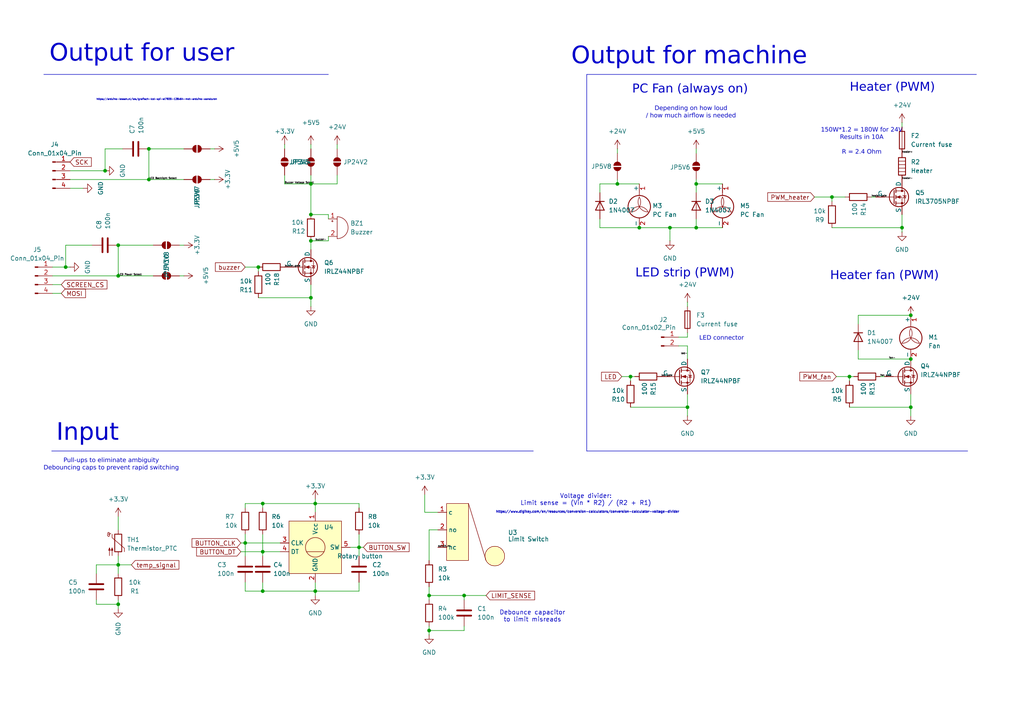
<source format=kicad_sch>
(kicad_sch (version 20250114) (generator "eeschema") (generator_version "9.0")
  (paper "A4")
  (lib_symbols
    (symbol "Connector:Conn_01x02_Pin" (pin_names (offset 1.016) (hide yes))
      (property "Reference" "J" (at 0 2.54 0))
      (property "Value" "Conn_01x02_Pin" (at 0 -5.08 0))
      (symbol "Conn_01x02_Pin_1_1"
        (rectangle (start 0.8636 0.127) (end 0 -0.127) (stroke (width 0.1524)) (fill (type outline)))
        (rectangle (start 0.8636 -2.413) (end 0 -2.667) (stroke (width 0.1524)) (fill (type outline)))
        (polyline (pts (xy 1.27 0) (xy 0.8636 0)) (stroke (width 0.1524)))
        (polyline (pts (xy 1.27 -2.54) (xy 0.8636 -2.54)) (stroke (width 0.1524)))
        (pin passive line (at 5.08 0 180) (length 3.81) (name "Pin_1") (number "1"))
        (pin passive line (at 5.08 -2.54 180) (length 3.81) (name "Pin_2") (number "2"))
      )
    )
    (symbol "Connector:Conn_01x04_Pin" (pin_names (offset 1.016) (hide yes))
      (property "Reference" "J" (at 0 5.08 0))
      (property "Value" "Conn_01x04_Pin" (at 0 -7.62 0))
      (symbol "Conn_01x04_Pin_1_1"
        (rectangle (start 0.8636 2.667) (end 0 2.413) (stroke (width 0.1524)) (fill (type outline)))
        (rectangle (start 0.8636 0.127) (end 0 -0.127) (stroke (width 0.1524)) (fill (type outline)))
        (rectangle (start 0.8636 -2.413) (end 0 -2.667) (stroke (width 0.1524)) (fill (type outline)))
        (rectangle (start 0.8636 -4.953) (end 0 -5.207) (stroke (width 0.1524)) (fill (type outline)))
        (polyline (pts (xy 1.27 2.54) (xy 0.8636 2.54)) (stroke (width 0.1524)))
        (polyline (pts (xy 1.27 0) (xy 0.8636 0)) (stroke (width 0.1524)))
        (polyline (pts (xy 1.27 -2.54) (xy 0.8636 -2.54)) (stroke (width 0.1524)))
        (polyline (pts (xy 1.27 -5.08) (xy 0.8636 -5.08)) (stroke (width 0.1524)))
        (pin passive line (at 5.08 2.54 180) (length 3.81) (name "Pin_1") (number "1"))
        (pin passive line (at 5.08 0 180) (length 3.81) (name "Pin_2") (number "2"))
        (pin passive line (at 5.08 -2.54 180) (length 3.81) (name "Pin_3") (number "3"))
        (pin passive line (at 5.08 -5.08 180) (length 3.81) (name "Pin_4") (number "4"))
      )
    )
    (symbol "Device:Buzzer" (pin_names (offset 0.0254) (hide yes))
      (property "Reference" "BZ" (at 3.81 1.27 0))
      (property "Value" "Buzzer" (at 3.81 -1.27 0))
      (symbol "Buzzer_0_1"
        (polyline (pts (xy -1.651 1.905) (xy -1.143 1.905)))
        (polyline (pts (xy -1.397 2.159) (xy -1.397 1.651)))
        (arc (start 0 3.175) (mid 3.1612 0) (end 0 -3.175))
        (polyline (pts (xy 0 3.175) (xy 0 -3.175)))
      )
      (symbol "Buzzer_1_1"
        (pin passive line (at -2.54 2.54 0) (length 2.54) (name "+") (number "1"))
        (pin passive line (at -2.54 -2.54 0) (length 2.54) (name "-") (number "2"))
      )
    )
    (symbol "Device:C" (pin_numbers (hide yes)) (pin_names (offset 0.254))
      (property "Reference" "C" (at 0.635 2.54 0))
      (property "Value" "C" (at 0.635 -2.54 0))
      (symbol "C_0_1"
        (polyline (pts (xy -2.032 0.762) (xy 2.032 0.762)) (stroke (width 0.508)))
        (polyline (pts (xy -2.032 -0.762) (xy 2.032 -0.762)) (stroke (width 0.508)))
      )
      (symbol "C_1_1"
        (pin passive line (at 0 3.81 270) (length 2.794) (name "~") (number "1"))
        (pin passive line (at 0 -3.81 90) (length 2.794) (name "~") (number "2"))
      )
    )
    (symbol "Device:D" (pin_numbers (hide yes)) (pin_names (offset 1.016) (hide yes))
      (property "Reference" "D" (at 0 2.54 0))
      (property "Value" "D" (at 0 -2.54 0))
      (symbol "D_0_1"
        (polyline (pts (xy -1.27 1.27) (xy -1.27 -1.27)) (stroke (width 0.254)))
        (polyline (pts (xy 1.27 1.27) (xy 1.27 -1.27) (xy -1.27 0) (xy 1.27 1.27)) (stroke (width 0.254)))
        (polyline (pts (xy 1.27 0) (xy -1.27 0)))
      )
      (symbol "D_1_1"
        (pin passive line (at -3.81 0 0) (length 2.54) (name "K") (number "1"))
        (pin passive line (at 3.81 0 180) (length 2.54) (name "A") (number "2"))
      )
    )
    (symbol "Device:Fuse" (pin_numbers (hide yes)) (pin_names (offset 0))
      (property "Reference" "F" (at 2.032 0 90))
      (property "Value" "Fuse" (at -1.905 0 90))
      (symbol "Fuse_0_1"
        (rectangle (start -0.762 -2.54) (end 0.762 2.54) (stroke (width 0.254)))
        (polyline (pts (xy 0 2.54) (xy 0 -2.54)))
      )
      (symbol "Fuse_1_1"
        (pin passive line (at 0 3.81 270) (length 1.27) (name "~") (number "1"))
        (pin passive line (at 0 -3.81 90) (length 1.27) (name "~") (number "2"))
      )
    )
    (symbol "Device:Heater" (pin_numbers (hide yes)) (pin_names (offset 0))
      (property "Reference" "R" (at 2.032 0 90))
      (property "Value" "Heater" (at -2.032 0 90))
      (symbol "Heater_0_1"
        (polyline (pts (xy -1.016 1.524) (xy 1.016 1.524)))
        (rectangle (start -1.016 -2.54) (end 1.016 2.54) (stroke (width 0.254)))
        (polyline (pts (xy 1.016 0.508) (xy -1.016 0.508)))
        (polyline (pts (xy 1.016 -0.508) (xy -1.016 -0.508)))
        (polyline (pts (xy 1.016 -1.524) (xy -1.016 -1.524)))
      )
      (symbol "Heater_1_1"
        (pin passive line (at 0 3.81 270) (length 1.27) (name "~") (number "1"))
        (pin passive line (at 0 -3.81 90) (length 1.27) (name "~") (number "2"))
      )
    )
    (symbol "Device:R" (pin_numbers (hide yes)) (pin_names (offset 0))
      (property "Reference" "R" (at 2.032 0 90))
      (property "Value" "R" (at 0 0 90))
      (symbol "R_0_1"
        (rectangle (start -1.016 -2.54) (end 1.016 2.54) (stroke (width 0.254)))
      )
      (symbol "R_1_1"
        (pin passive line (at 0 3.81 270) (length 1.27) (name "~") (number "1"))
        (pin passive line (at 0 -3.81 90) (length 1.27) (name "~") (number "2"))
      )
    )
    (symbol "Device:Thermistor_PTC" (pin_numbers (hide yes)) (pin_names (offset 0))
      (property "Reference" "TH" (at -4.064 0 90))
      (property "Value" "Thermistor_PTC" (at 3.048 0 90))
      (symbol "Thermistor_PTC_0_1"
        (arc (start -3.175 2.413) (mid -3.0506 2.3165) (end -3.048 2.159))
        (arc (start -3.048 2.794) (mid -2.9736 2.9736) (end -2.794 3.048))
        (arc (start -2.794 3.048) (mid -2.6144 2.9736) (end -2.54 2.794))
        (arc (start -2.794 2.54) (mid -2.9736 2.6144) (end -3.048 2.794))
        (arc (start -2.794 1.905) (mid -2.9736 1.9794) (end -3.048 2.159))
        (arc (start -2.54 2.159) (mid -2.6144 1.9794) (end -2.794 1.905))
        (arc (start -2.159 2.794) (mid -2.434 2.5608) (end -2.794 2.54))
        (polyline (pts (xy -2.54 2.159) (xy -2.54 2.794)))
        (polyline (pts (xy -2.54 -3.683) (xy -2.54 -1.397) (xy -2.794 -2.159) (xy -2.286 -2.159) (xy -2.54 -1.397) (xy -2.54 -1.651)) (fill (type outline)))
        (polyline (pts (xy -1.778 2.54) (xy -1.778 1.524) (xy 1.778 -1.524) (xy 1.778 -2.54)))
        (polyline (pts (xy -1.778 -3.683) (xy -1.778 -1.397) (xy -2.032 -2.159) (xy -1.524 -2.159) (xy -1.778 -1.397) (xy -1.778 -1.651)) (fill (type outline)))
        (rectangle (start -1.016 2.54) (end 1.016 -2.54) (stroke (width 0.254)))
      )
      (symbol "Thermistor_PTC_1_1"
        (pin passive line (at 0 3.81 270) (length 1.27) (name "~") (number "1"))
        (pin passive line (at 0 -3.81 90) (length 1.27) (name "~") (number "2"))
      )
    )
    (symbol "Jumper:SolderJumper_2_Open" (pin_numbers (hide yes)) (pin_names (offset 0) (hide yes)) (exclude_from_sim yes) (in_bom no)
      (property "Reference" "JP" (at 0 2.032 0))
      (property "Value" "SolderJumper_2_Open" (at 0 -2.54 0))
      (symbol "SolderJumper_2_Open_0_1"
        (polyline (pts (xy -0.254 1.016) (xy -0.254 -1.016)))
        (arc (start -0.254 -1.016) (mid -1.2656 0) (end -0.254 1.016))
        (arc (start -0.254 -1.016) (mid -1.2656 0) (end -0.254 1.016) (fill (type outline)))
        (arc (start 0.254 1.016) (mid 1.2656 0) (end 0.254 -1.016))
        (arc (start 0.254 1.016) (mid 1.2656 0) (end 0.254 -1.016) (fill (type outline)))
        (polyline (pts (xy 0.254 1.016) (xy 0.254 -1.016)))
      )
      (symbol "SolderJumper_2_Open_1_1"
        (pin passive line (at -3.81 0 0) (length 2.54) (name "A") (number "1"))
        (pin passive line (at 3.81 0 180) (length 2.54) (name "B") (number "2"))
      )
    )
    (symbol "Motor:Fan" (pin_names (offset 0))
      (property "Reference" "M" (at 2.54 5.08 0))
      (property "Value" "Fan" (at 2.54 -2.54 0))
      (symbol "Fan_0_1"
        (arc (start 0 3.81) (mid -0.0015 0.9048) (end -2.54 -0.508))
        (polyline (pts (xy 0 4.572) (xy 0 5.08)))
        (polyline (pts (xy 0 4.2672) (xy 0 4.6228)))
        (circle (center 0 1.016) (radius 3.2512) (stroke (width 0.254)))
        (arc (start -2.54 -0.508) (mid 0 1.0618) (end 2.54 -0.508))
        (polyline (pts (xy 0 -2.2352) (xy 0 -2.6416)))
        (polyline (pts (xy 0 -5.08) (xy 0 -4.572)))
        (arc (start 2.54 -0.508) (mid 0.047 0.9315) (end 0 3.81))
      )
      (symbol "Fan_1_1"
        (pin passive line (at 0 7.62 270) (length 2.54) (name "+") (number "1"))
        (pin passive line (at 0 -5.08 90) (length 2.54) (name "-") (number "2"))
      )
    )
    (symbol "RoboCasterSchematicLibrary:limit_switch"
      (property "Reference" "U" (at 0 0 0))
      (symbol "limit_switch_0_1"
        (polyline (pts (xy 0 6.35) (xy 16.51 11.43)))
      )
      (symbol "limit_switch_1_1"
        (rectangle (start 0 6.35) (end 16.51 0) (fill (type background)))
        (circle (center 15.24 13.97) (radius 2.8398) (fill (type background)))
        (pin input line (at 2.54 -2.54 90) (length 2.54) (name "c") (number "1"))
        (pin input line (at 7.62 -2.54 90) (length 2.54) (name "no") (number "2"))
        (pin input line (at 12.7 -2.54 90) (length 2.54) (name "nc") (number "3"))
      )
    )
    (symbol "RoboCasterSchematicLibrary:rotary_button"
      (property "Reference" "U4" (at 10.16 13.462 0))
      (property "Value" "~" (at 13.97 5.08 0))
      (symbol "rotary_button_0_1"
        (polyline (pts (xy 5.08 6.35) (xy 10.16 6.35)))
        (circle (center 7.62 7.62) (radius 2.8398))
      )
      (symbol "rotary_button_1_1"
        (rectangle (start 0 15.24) (end 15.24 0) (fill (type background)))
        (pin input line (at -2.54 8.89 0) (length 2.54) (name "CLK") (number "3"))
        (pin input line (at -2.54 6.35 0) (length 2.54) (name "DT") (number "4"))
        (pin input line (at 7.62 17.78 270) (length 2.54) (name "Vcc") (number "1"))
        (pin input line (at 7.62 -2.54 90) (length 2.54) (name "GND") (number "2"))
        (pin input line (at 17.78 7.62 180) (length 2.54) (name "SW") (number "5"))
      )
    )
    (symbol "Simulation_SPICE:NMOS" (pin_numbers (hide yes)) (pin_names (offset 0))
      (property "Reference" "Q" (at 5.08 1.27 0))
      (property "Value" "NMOS" (at 5.08 -1.27 0))
      (symbol "NMOS_0_1"
        (polyline (pts (xy 0.254 1.905) (xy 0.254 -1.905)) (stroke (width 0.254)))
        (polyline (pts (xy 0.254 0) (xy -2.54 0)))
        (polyline (pts (xy 0.762 2.286) (xy 0.762 1.27)) (stroke (width 0.254)))
        (polyline (pts (xy 0.762 0.508) (xy 0.762 -0.508)) (stroke (width 0.254)))
        (polyline (pts (xy 0.762 -1.27) (xy 0.762 -2.286)) (stroke (width 0.254)))
        (polyline (pts (xy 0.762 -1.778) (xy 3.302 -1.778) (xy 3.302 1.778) (xy 0.762 1.778)))
        (polyline (pts (xy 1.016 0) (xy 2.032 0.381) (xy 2.032 -0.381) (xy 1.016 0)) (fill (type outline)))
        (circle (center 1.651 0) (radius 2.794) (stroke (width 0.254)))
        (polyline (pts (xy 2.54 2.54) (xy 2.54 1.778)))
        (circle (center 2.54 1.778) (radius 0.254) (fill (type outline)))
        (circle (center 2.54 -1.778) (radius 0.254) (fill (type outline)))
        (polyline (pts (xy 2.54 -2.54) (xy 2.54 0) (xy 0.762 0)))
        (polyline (pts (xy 2.794 0.508) (xy 2.921 0.381) (xy 3.683 0.381) (xy 3.81 0.254)))
        (polyline (pts (xy 3.302 0.381) (xy 2.921 -0.254) (xy 3.683 -0.254) (xy 3.302 0.381)))
      )
      (symbol "NMOS_1_1"
        (pin input line (at -5.08 0 0) (length 2.54) (name "G") (number "2"))
        (pin passive line (at 2.54 5.08 270) (length 2.54) (name "D") (number "1"))
        (pin passive line (at 2.54 -5.08 90) (length 2.54) (name "S") (number "3"))
      )
    )
    (symbol "power:+24V" (power) (pin_numbers (hide yes)) (pin_names (offset 0) (hide yes))
      (property "Value" "+24V" (at 0 3.556 0))
      (symbol "+24V_0_1"
        (polyline (pts (xy -0.762 1.27) (xy 0 2.54)))
        (polyline (pts (xy 0 2.54) (xy 0.762 1.27)))
        (polyline (pts (xy 0 0) (xy 0 2.54)))
      )
      (symbol "+24V_1_1"
        (pin power_in line (at 0 0 90) (length 0) (name "~") (number "1"))
      )
    )
    (symbol "power:+3.3V" (power) (pin_numbers (hide yes)) (pin_names (offset 0) (hide yes))
      (property "Value" "+3.3V" (at 0 3.556 0))
      (symbol "+3.3V_0_1"
        (polyline (pts (xy -0.762 1.27) (xy 0 2.54)))
        (polyline (pts (xy 0 2.54) (xy 0.762 1.27)))
        (polyline (pts (xy 0 0) (xy 0 2.54)))
      )
      (symbol "+3.3V_1_1"
        (pin power_in line (at 0 0 90) (length 0) (name "~") (number "1"))
      )
    )
    (symbol "power:GND" (power) (pin_numbers (hide yes)) (pin_names (offset 0) (hide yes))
      (property "Value" "GND" (at 0 -3.81 0))
      (symbol "GND_0_1"
        (polyline (pts (xy 0 0) (xy 0 -1.27) (xy 1.27 -1.27) (xy 0 -2.54) (xy -1.27 -1.27) (xy 0 -1.27)))
      )
      (symbol "GND_1_1"
        (pin power_in line (at 0 0 270) (length 0) (name "~") (number "1"))
      )
    )
  )
  (text "PC Fan (always on)" (at 200.152 26.67 0) (effects (font (size 2.54 2.54) (thickness 0.3175))))
  (text "Depending on how loud\n/ how much airflow is needed" (at 200.406 33.02 0) (effects (font (size 1.27 1.27))))
  (text "Heater (PWM)\n" (at 258.826 26.162 0) (effects (font (size 2.54 2.54) (thickness 0.3175))))
  (text "https://arduino-lessen.nl/les/grafisch-lcd-spi-st7920-128x64-met-arduino-aansturen" (at 45.466 28.956 0) (effects (font (size 0.5 0.5))))
  (text "Pull-ups to eliminate ambiguity\nDebouncing caps to prevent rapid switching" (at 32.258 135.128 0) (effects (font (size 1.27 1.27))))
  (text "Heater fan (PWM)\n" (at 256.54 80.772 0) (effects (font (size 2.54 2.54) (thickness 0.3175))))
  (text "LED strip (PWM)" (at 198.628 80.01 0) (effects (font (size 2.54 2.54) (thickness 0.3175))))
  (text "Input" (at 25.4 127 0) (effects (font (size 5 5) (thickness 0.3175) (italic yes))))
  (text "Output for user" (at 41.148 17.018 0) (effects (font (size 5 5) (thickness 0.3175) (italic yes))))
  (text "150W*1.2 = 180W for 24V\nResults in 10A\n\nR = 2.4 Ohm" (at 249.936 41.402 0) (effects (font (size 1.27 1.27))))
  (text "Output for machine" (at 199.898 17.78 0) (effects (font (size 5 5) (thickness 0.3175) (italic yes))))
  (text "LED connector" (at 209.296 98.552 0) (effects (font (size 1.27 1.27))))
  (text "Debounce capacitor\nto limit misreads" (at 154.432 178.816 0) (effects (font (size 1.27 1.27))))
  (text "https://www.digikey.com/en/resources/conversion-calculators/conversion-calculator-voltage-divider" (at 170.434 148.59 0) (effects (font (size 0.67 0.67))))
  (text "Voltage divider:\nLimit sense = (Vin * R2) / (R2 + R1)" (at 169.926 145.034 0) (effects (font (size 1.27 1.27))))
  (junction (at 124.46 172.72))
  (junction (at 91.44 171.45))
  (junction (at 90.17 69.85))
  (junction (at 76.2 171.45))
  (junction (at 264.16 118.11))
  (junction (at 34.29 163.83))
  (junction (at 90.17 62.23))
  (junction (at 34.29 71.12))
  (junction (at 134.62 172.72))
  (junction (at 43.18 52.07))
  (junction (at 90.17 53.34))
  (junction (at 179.07 53.34))
  (junction (at 76.2 146.05))
  (junction (at 104.14 158.75))
  (junction (at 194.31 66.04))
  (junction (at 124.46 182.88))
  (junction (at 182.88 109.22))
  (junction (at 90.17 86.36))
  (junction (at 76.2 160.02))
  (junction (at 241.3 57.15))
  (junction (at 264.16 91.44))
  (junction (at 34.29 80.01))
  (junction (at 34.29 175.26))
  (junction (at 71.12 157.48))
  (junction (at 91.44 146.05))
  (junction (at 30.48 49.53))
  (junction (at 19.05 77.47))
  (junction (at 264.16 104.14))
  (junction (at 199.39 118.11))
  (junction (at 185.42 66.04))
  (junction (at 261.62 66.04))
  (junction (at 74.93 77.47))
  (junction (at 246.38 109.22))
  (junction (at 201.93 53.34))
  (junction (at 43.18 43.18))
  (junction (at 201.93 66.04))
  (wire (pts (xy 124.46 153.67) (xy 124.46 162.56)))
  (wire (pts (xy 19.05 77.47) (xy 20.32 77.47)))
  (polyline (pts (xy 170.18 130.81) (xy 170.18 21.59)))
  (wire (pts (xy 199.39 96.52) (xy 199.39 97.79)))
  (wire (pts (xy 90.17 53.34) (xy 97.79 53.34)))
  (wire (pts (xy 34.29 71.12) (xy 34.29 80.01)))
  (wire (pts (xy 248.92 104.14) (xy 248.92 101.6)))
  (wire (pts (xy 104.14 154.94) (xy 104.14 158.75)))
  (wire (pts (xy 34.29 161.29) (xy 34.29 163.83)))
  (wire (pts (xy 182.88 118.11) (xy 199.39 118.11)))
  (wire (pts (xy 179.07 43.18) (xy 179.07 44.45)))
  (wire (pts (xy 261.62 62.23) (xy 261.62 66.04)))
  (wire (pts (xy 62.23 52.07) (xy 60.96 52.07)))
  (wire (pts (xy 173.99 55.88) (xy 173.99 53.34)))
  (wire (pts (xy 76.2 146.05) (xy 91.44 146.05)))
  (wire (pts (xy 261.62 66.04) (xy 261.62 67.31)))
  (wire (pts (xy 182.88 109.22) (xy 182.88 110.49)))
  (wire (pts (xy 123.19 148.59) (xy 127 148.59)))
  (wire (pts (xy 44.45 71.12) (xy 34.29 71.12)))
  (wire (pts (xy 15.24 80.01) (xy 34.29 80.01)))
  (wire (pts (xy 71.12 171.45) (xy 76.2 171.45)))
  (wire (pts (xy 95.25 69.85) (xy 90.17 69.85)))
  (wire (pts (xy 34.29 149.86) (xy 34.29 153.67)))
  (wire (pts (xy 53.34 43.18) (xy 43.18 43.18)))
  (wire (pts (xy 71.12 154.94) (xy 71.12 157.48)))
  (wire (pts (xy 19.05 71.12) (xy 19.05 77.47)))
  (wire (pts (xy 19.05 71.12) (xy 26.67 71.12)))
  (wire (pts (xy 90.17 62.23) (xy 95.25 62.23)))
  (wire (pts (xy 71.12 77.47) (xy 74.93 77.47)))
  (wire (pts (xy 91.44 172.72) (xy 91.44 171.45)))
  (wire (pts (xy 34.29 163.83) (xy 34.29 166.37)))
  (polyline (pts (xy 12.7 21.59) (xy 95.25 21.59)))
  (wire (pts (xy 124.46 184.15) (xy 124.46 182.88)))
  (wire (pts (xy 105.41 158.75) (xy 104.14 158.75)))
  (wire (pts (xy 124.46 172.72) (xy 134.62 172.72)))
  (wire (pts (xy 76.2 171.45) (xy 91.44 171.45)))
  (wire (pts (xy 90.17 41.91) (xy 90.17 43.18)))
  (wire (pts (xy 71.12 157.48) (xy 81.28 157.48)))
  (wire (pts (xy 201.93 43.18) (xy 201.93 44.45)))
  (wire (pts (xy 246.38 109.22) (xy 247.65 109.22)))
  (wire (pts (xy 15.24 85.09) (xy 17.78 85.09)))
  (wire (pts (xy 248.92 104.14) (xy 264.16 104.14)))
  (wire (pts (xy 199.39 87.63) (xy 199.39 88.9)))
  (wire (pts (xy 34.29 176.53) (xy 34.29 175.26)))
  (wire (pts (xy 124.46 153.67) (xy 127 153.67)))
  (wire (pts (xy 185.42 66.04) (xy 194.31 66.04)))
  (wire (pts (xy 134.62 182.88) (xy 134.62 181.61)))
  (wire (pts (xy 91.44 144.78) (xy 91.44 146.05)))
  (wire (pts (xy 252.73 57.15) (xy 254 57.15)))
  (wire (pts (xy 38.1 163.83) (xy 34.29 163.83)))
  (wire (pts (xy 124.46 172.72) (xy 124.46 170.18)))
  (wire (pts (xy 124.46 182.88) (xy 124.46 181.61)))
  (wire (pts (xy 124.46 182.88) (xy 134.62 182.88)))
  (wire (pts (xy 43.18 52.07) (xy 43.18 43.18)))
  (wire (pts (xy 76.2 161.29) (xy 76.2 160.02)))
  (wire (pts (xy 90.17 69.85) (xy 90.17 72.39)))
  (wire (pts (xy 27.94 175.26) (xy 34.29 175.26)))
  (wire (pts (xy 194.31 66.04) (xy 201.93 66.04)))
  (wire (pts (xy 69.85 160.02) (xy 76.2 160.02)))
  (wire (pts (xy 71.12 147.32) (xy 71.12 146.05)))
  (wire (pts (xy 124.46 173.99) (xy 124.46 172.72)))
  (wire (pts (xy 201.93 66.04) (xy 209.55 66.04)))
  (wire (pts (xy 199.39 97.79) (xy 196.85 97.79)))
  (wire (pts (xy 104.14 158.75) (xy 101.6 158.75)))
  (wire (pts (xy 97.79 41.91) (xy 97.79 43.18)))
  (wire (pts (xy 104.14 147.32) (xy 104.14 146.05)))
  (wire (pts (xy 76.2 146.05) (xy 76.2 147.32)))
  (wire (pts (xy 201.93 55.88) (xy 201.93 53.34)))
  (wire (pts (xy 255.27 109.22) (xy 256.54 109.22)))
  (wire (pts (xy 134.62 172.72) (xy 140.97 172.72)))
  (wire (pts (xy 20.32 54.61) (xy 24.13 54.61)))
  (wire (pts (xy 199.39 118.11) (xy 199.39 120.65)))
  (wire (pts (xy 246.38 118.11) (xy 264.16 118.11)))
  (wire (pts (xy 199.39 100.33) (xy 199.39 104.14)))
  (wire (pts (xy 248.92 93.98) (xy 248.92 91.44)))
  (wire (pts (xy 44.45 80.01) (xy 34.29 80.01)))
  (wire (pts (xy 91.44 146.05) (xy 91.44 148.59)))
  (wire (pts (xy 90.17 53.34) (xy 90.17 62.23)))
  (wire (pts (xy 246.38 109.22) (xy 246.38 110.49)))
  (wire (pts (xy 97.79 50.8) (xy 97.79 53.34)))
  (wire (pts (xy 71.12 168.91) (xy 71.12 171.45)))
  (wire (pts (xy 62.23 43.18) (xy 60.96 43.18)))
  (wire (pts (xy 248.92 91.44) (xy 264.16 91.44)))
  (wire (pts (xy 35.56 43.18) (xy 30.48 43.18)))
  (wire (pts (xy 194.31 69.85) (xy 194.31 66.04)))
  (wire (pts (xy 201.93 53.34) (xy 201.93 52.07)))
  (wire (pts (xy 180.34 109.22) (xy 182.88 109.22)))
  (polyline (pts (xy 14.986 130.81) (xy 154.686 130.81)))
  (wire (pts (xy 20.32 49.53) (xy 30.48 49.53)))
  (wire (pts (xy 82.55 41.91) (xy 82.55 43.18)))
  (wire (pts (xy 261.62 35.56) (xy 261.62 36.83)))
  (wire (pts (xy 123.19 143.51) (xy 123.19 148.59)))
  (wire (pts (xy 30.48 43.18) (xy 30.48 49.53)))
  (wire (pts (xy 199.39 114.3) (xy 199.39 118.11)))
  (wire (pts (xy 82.55 50.8) (xy 82.55 53.34)))
  (wire (pts (xy 104.14 168.91) (xy 104.14 171.45)))
  (wire (pts (xy 76.2 160.02) (xy 81.28 160.02)))
  (wire (pts (xy 179.07 52.07) (xy 179.07 53.34)))
  (wire (pts (xy 241.3 57.15) (xy 241.3 58.42)))
  (polyline (pts (xy 170.18 130.81) (xy 280.67 130.81)))
  (wire (pts (xy 242.57 109.22) (xy 246.38 109.22)))
  (wire (pts (xy 264.16 118.11) (xy 264.16 120.65)))
  (wire (pts (xy 241.3 57.15) (xy 245.11 57.15)))
  (wire (pts (xy 20.32 52.07) (xy 43.18 52.07)))
  (wire (pts (xy 74.93 86.36) (xy 90.17 86.36)))
  (wire (pts (xy 91.44 171.45) (xy 91.44 168.91)))
  (wire (pts (xy 34.29 175.26) (xy 34.29 173.99)))
  (wire (pts (xy 134.62 173.99) (xy 134.62 172.72)))
  (wire (pts (xy 95.25 62.23) (xy 95.25 63.5)))
  (wire (pts (xy 241.3 66.04) (xy 261.62 66.04)))
  (polyline (pts (xy 170.18 21.59) (xy 283.21 21.59)))
  (wire (pts (xy 27.94 166.37) (xy 27.94 163.83)))
  (wire (pts (xy 90.17 82.55) (xy 90.17 86.36)))
  (wire (pts (xy 82.55 53.34) (xy 90.17 53.34)))
  (wire (pts (xy 236.22 57.15) (xy 241.3 57.15)))
  (wire (pts (xy 201.93 63.5) (xy 201.93 66.04)))
  (wire (pts (xy 264.16 114.3) (xy 264.16 118.11)))
  (wire (pts (xy 173.99 66.04) (xy 185.42 66.04)))
  (wire (pts (xy 15.24 77.47) (xy 19.05 77.47)))
  (wire (pts (xy 76.2 154.94) (xy 76.2 160.02)))
  (wire (pts (xy 196.85 100.33) (xy 199.39 100.33)))
  (wire (pts (xy 201.93 53.34) (xy 209.55 53.34)))
  (wire (pts (xy 173.99 53.34) (xy 179.07 53.34)))
  (wire (pts (xy 179.07 53.34) (xy 185.42 53.34)))
  (wire (pts (xy 53.34 52.07) (xy 43.18 52.07)))
  (wire (pts (xy 184.15 109.22) (xy 182.88 109.22)))
  (wire (pts (xy 95.25 68.58) (xy 95.25 69.85)))
  (wire (pts (xy 15.24 82.55) (xy 17.78 82.55)))
  (wire (pts (xy 53.34 80.01) (xy 52.07 80.01)))
  (wire (pts (xy 173.99 63.5) (xy 173.99 66.04)))
  (wire (pts (xy 69.85 157.48) (xy 71.12 157.48)))
  (wire (pts (xy 53.34 71.12) (xy 52.07 71.12)))
  (wire (pts (xy 90.17 86.36) (xy 90.17 88.9)))
  (wire (pts (xy 71.12 161.29) (xy 71.12 157.48)))
  (wire (pts (xy 76.2 168.91) (xy 76.2 171.45)))
  (wire (pts (xy 74.93 77.47) (xy 74.93 78.74)))
  (wire (pts (xy 27.94 173.99) (xy 27.94 175.26)))
  (wire (pts (xy 90.17 50.8) (xy 90.17 53.34)))
  (wire (pts (xy 27.94 163.83) (xy 34.29 163.83)))
  (wire (pts (xy 104.14 171.45) (xy 91.44 171.45)))
  (wire (pts (xy 71.12 146.05) (xy 76.2 146.05)))
  (wire (pts (xy 104.14 161.29) (xy 104.14 158.75)))
  (wire (pts (xy 104.14 146.05) (xy 91.44 146.05)))
  (label "led-" (at 199.39 102.87 180) (effects (font (size 0.5 0.5))))
  (label "heater-" (at 261.62 52.07 0) (effects (font (size 0.5 0.5))))
  (label "Buzzer Voltage Select" (at 82.55 53.34 0) (effects (font (size 0.5 0.5))))
  (label "heater+" (at 261.62 44.45 0) (effects (font (size 0.5 0.5))))
  (label "buzzer_gate" (at 82.55 77.47 0) (effects (font (size 0.5 0.5))))
  (label "heater gate" (at 252.73 57.15 0) (effects (font (size 0.5 0.5))))
  (label "led gate" (at 191.77 109.22 0) (effects (font (size 0.5 0.5))))
  (label "switch_nc" (at 127 158.75 0) (effects (font (size 0.5 0.5))))
  (label "LCD Backlight Select" (at 43.18 52.07 0) (effects (font (size 0.5 0.5))))
  (label "fan gate" (at 255.27 109.22 0) (effects (font (size 0.5 0.5))))
  (label "LCD Power Select" (at 34.29 80.01 0) (effects (font (size 0.5 0.5))))
  (label "buzzer-" (at 91.44 69.85 0) (effects (font (size 0.5 0.5))))
  (label "fan-" (at 257.81 104.14 0) (effects (font (size 0.5 0.5))))
  (global_label "temp_signal" (shape input) (at 38.1 163.83 0) (property "Intersheetrefs" "${INTERSHEET_REFS}" (effects (hide yes))))
  (global_label "BUTTON_DT" (shape input) (at 69.85 160.02 180) (property "Intersheetrefs" "${INTERSHEET_REFS}" (effects (hide yes))))
  (global_label "buzzer" (shape input) (at 71.12 77.47 180) (property "Intersheetrefs" "${INTERSHEET_REFS}" (effects (hide yes))))
  (global_label "LED" (shape input) (at 180.34 109.22 180) (property "Intersheetrefs" "${INTERSHEET_REFS}" (effects (hide yes))))
  (global_label "MOSI" (shape input) (at 17.78 85.09 0) (property "Intersheetrefs" "${INTERSHEET_REFS}" (effects (hide yes))))
  (global_label "PWM_fan" (shape input) (at 242.57 109.22 180) (property "Intersheetrefs" "${INTERSHEET_REFS}" (effects (hide yes))))
  (global_label "BUTTON_CLK" (shape input) (at 69.85 157.48 180) (property "Intersheetrefs" "${INTERSHEET_REFS}" (effects (hide yes))))
  (global_label "SCREEN_CS" (shape input) (at 17.78 82.55 0) (property "Intersheetrefs" "${INTERSHEET_REFS}" (effects (hide yes))))
  (global_label "PWM_heater" (shape input) (at 236.22 57.15 180) (property "Intersheetrefs" "${INTERSHEET_REFS}" (effects (hide yes))))
  (global_label "BUTTON_SW" (shape input) (at 105.41 158.75 0) (property "Intersheetrefs" "${INTERSHEET_REFS}" (effects (hide yes))))
  (global_label "SCK" (shape input) (at 20.32 46.99 0) (property "Intersheetrefs" "${INTERSHEET_REFS}" (effects (hide yes))))
  (global_label "LIMIT_SENSE" (shape input) (at 140.97 172.72 0) (property "Intersheetrefs" "${INTERSHEET_REFS}" (effects (hide yes))))
  (symbol (lib_id "power:GND") (at 34.29 176.53 0) (unit 1)
    (property "Reference" "#PWR018" (effects (hide yes)))
    (property "Value" "GND" (at 34.2901 180.34 90) (effects (justify right)))
    (property "Description" "Power symbol creates a global label with name \"GND\" , ground" (effects (hide yes)))
  )
  (symbol (lib_id "Device:C") (at 39.37 43.18 90) (unit 1)
    (property "Reference" "C7" (at 38.354 38.862 0) (effects (justify left)))
    (property "Value" "100n" (at 40.894 38.862 0) (effects (justify left)))
    (property "Footprint" "Capacitor_SMD:C_0603_1608Metric_Pad1.08x0.95mm_HandSolder" (effects (hide yes)))
    (property "Description" "Unpolarized capacitor" (effects (hide yes)))
  )
  (symbol (lib_id "power:+24V") (at 264.16 91.44 0) (unit 1)
    (property "Reference" "#PWR015" (effects (hide yes)))
    (property "Value" "+24V" (at 264.16 86.36 0))
    (property "Description" "Power symbol creates a global label with name \"+24V\"" (effects (hide yes)))
  )
  (symbol (lib_id "Simulation_SPICE:NMOS") (at 196.85 109.22 0) (unit 1)
    (property "Reference" "Q7" (at 203.2 107.9499 0) (effects (justify left)))
    (property "Value" "IRLZ44NPBF" (at 203.2 110.4899 0) (effects (justify left)))
    (property "Footprint" "Robocaster_footprint_library_2:TO-220F-3_Vertical" (effects (hide yes)))
    (property "Datasheet" "https://ngspice.sourceforge.io/docs/ngspice-html-manual/manual.xhtml#cha_MOSFETs" (effects (hide yes)))
    (property "Description" "N-MOSFET transistor, drain/source/gate" (effects (hide yes)))
    (property "Sim.Device" "NMOS" (effects (hide yes)))
    (property "Sim.Type" "VDMOS" (effects (hide yes)))
    (property "Sim.Pins" "1=D 2=G 3=S" (effects (hide yes)))
  )
  (symbol (lib_id "power:GND") (at 30.48 49.53 90) (unit 1)
    (property "Reference" "#PWR047" (effects (hide yes)))
    (property "Value" "GND" (at 35.56 49.53 0))
    (property "Description" "Power symbol creates a global label with name \"GND\" , ground" (effects (hide yes)))
  )
  (symbol (lib_id "power:GND") (at 90.17 88.9 0) (unit 1)
    (property "Reference" "#PWR038" (effects (hide yes)))
    (property "Value" "GND" (at 90.17 93.98 0))
    (property "Description" "Power symbol creates a global label with name \"GND\" , ground" (effects (hide yes)))
  )
  (symbol (lib_id "Jumper:SolderJumper_2_Open") (at 90.17 46.99 90) (unit 1) (exclude_from_sim yes) (in_bom no)
    (property "Reference" "JP5V5" (at 83.82 46.99 90) (effects (justify right)))
    (property "Value" "SolderJumper_2_Open" (effects (hide yes)))
    (property "Footprint" "Jumper:SolderJumper-2_P1.3mm_Open_RoundedPad1.0x1.5mm" (effects (hide yes)))
    (property "Description" "Solder Jumper, 2-pole, open" (effects (hide yes)))
  )
  (symbol (lib_id "Device:Heater") (at 261.62 48.26 180) (unit 1)
    (property "Reference" "R2" (at 264.16 46.9899 0) (effects (justify right)))
    (property "Value" "Heater" (at 264.16 49.5299 0) (effects (justify right)))
    (property "Footprint" "TerminalBlock_Phoenix:TerminalBlock_Phoenix_MKDS-1,5-2-5.08_1x02_P5.08mm_Horizontal" (effects (hide yes)))
    (property "Description" "Resistive heater" (effects (hide yes)))
  )
  (symbol (lib_id "Connector:Conn_01x04_Pin") (at 10.16 80.01 0) (unit 1)
    (property "Reference" "J5" (at 10.795 72.39 0))
    (property "Value" "Conn_01x04_Pin" (at 10.795 74.93 0))
    (property "Footprint" "Connector_JST:JST_XH_B4B-XH-A_1x04_P2.50mm_Vertical" (effects (hide yes)))
    (property "Description" "Generic connector, single row, 01x04, script generated" (effects (hide yes)))
  )
  (symbol (lib_id "Device:R") (at 248.92 57.15 90) (unit 1)
    (property "Reference" "R14" (at 250.444 60.706 0))
    (property "Value" "100" (at 247.904 60.706 0))
    (property "Footprint" "Resistor_SMD:R_0603_1608Metric_Pad0.98x0.95mm_HandSolder" (effects (hide yes)))
    (property "Description" "Resistor" (effects (hide yes)))
  )
  (symbol (lib_id "Motor:Fan") (at 264.16 99.06 0) (unit 1)
    (property "Reference" "M1" (at 269.24 97.7899 0) (effects (justify left)))
    (property "Value" "Fan" (at 269.24 100.3299 0) (effects (justify left)))
    (property "Footprint" "TerminalBlock_Phoenix:TerminalBlock_Phoenix_MKDS-1,5-2-5.08_1x02_P5.08mm_Horizontal" (effects (hide yes)))
    (property "Description" "Fan" (effects (hide yes)))
  )
  (symbol (lib_id "Device:R") (at 34.29 170.18 0) (unit 1)
    (property "Reference" "R1" (at 39.116 171.45 0))
    (property "Value" "10k" (at 39.116 168.91 0))
    (property "Footprint" "Resistor_SMD:R_0603_1608Metric_Pad0.98x0.95mm_HandSolder" (effects (hide yes)))
    (property "Description" "Resistor" (effects (hide yes)))
  )
  (symbol (lib_id "Device:R") (at 124.46 166.37 180) (unit 1)
    (property "Reference" "R3" (at 127 165.0999 0) (effects (justify right)))
    (property "Value" "10k" (at 127 167.6399 0) (effects (justify right)))
    (property "Footprint" "Resistor_SMD:R_0603_1608Metric_Pad0.98x0.95mm_HandSolder" (effects (hide yes)))
    (property "Description" "Resistor" (effects (hide yes)))
  )
  (symbol (lib_id "power:+3.3V") (at 82.55 41.91 0) (unit 1)
    (property "Reference" "#PWR056" (effects (hide yes)))
    (property "Value" "+3.3V" (at 82.55 38.1 0))
    (property "Description" "Power symbol creates a global label with name \"+3.3V\"" (effects (hide yes)))
  )
  (symbol (lib_id "Connector:Conn_01x04_Pin") (at 15.24 49.53 0) (unit 1)
    (property "Reference" "J4" (at 15.875 41.91 0))
    (property "Value" "Conn_01x04_Pin" (at 15.875 44.45 0))
    (property "Footprint" "Connector_JST:JST_XH_B4B-XH-A_1x04_P2.50mm_Vertical" (effects (hide yes)))
    (property "Description" "Generic connector, single row, 01x04, script generated" (effects (hide yes)))
  )
  (symbol (lib_id "power:GND") (at 194.31 69.85 0) (unit 1)
    (property "Reference" "#PWR020" (effects (hide yes)))
    (property "Value" "GND" (at 194.31 74.93 0))
    (property "Description" "Power symbol creates a global label with name \"GND\" , ground" (effects (hide yes)))
  )
  (symbol (lib_id "Device:R") (at 104.14 151.13 180) (unit 1)
    (property "Reference" "R8" (at 106.68 149.8599 0) (effects (justify right)))
    (property "Value" "10k" (at 106.68 152.3999 0) (effects (justify right)))
    (property "Footprint" "Resistor_SMD:R_0603_1608Metric_Pad0.98x0.95mm_HandSolder" (effects (hide yes)))
    (property "Description" "Resistor" (effects (hide yes)))
  )
  (symbol (lib_id "Device:D") (at 173.99 59.69 270) (unit 1)
    (property "Reference" "D2" (at 176.53 58.4199 90) (effects (justify left)))
    (property "Value" "1N4007" (at 176.53 60.9599 90) (effects (justify left)))
    (property "Footprint" "Diode_THT:D_DO-41_SOD81_P10.16mm_Horizontal" (effects (hide yes)))
    (property "Description" "Diode" (effects (hide yes)))
    (property "Sim.Device" "D" (effects (hide yes)))
    (property "Sim.Pins" "1=K 2=A" (effects (hide yes)))
  )
  (symbol (lib_id "Device:R") (at 251.46 109.22 90) (unit 1)
    (property "Reference" "R13" (at 252.984 112.776 0))
    (property "Value" "100" (at 250.444 112.776 0))
    (property "Footprint" "Resistor_SMD:R_0603_1608Metric_Pad0.98x0.95mm_HandSolder" (effects (hide yes)))
    (property "Description" "Resistor" (effects (hide yes)))
  )
  (symbol (lib_id "power:+24V") (at 90.17 41.91 0) (unit 1)
    (property "Reference" "#PWR048" (effects (hide yes)))
    (property "Value" "+5V5" (at 90.17 35.56 0))
    (property "Description" "Power symbol creates a global label with name \"+24V\"" (effects (hide yes)))
  )
  (symbol (lib_id "Jumper:SolderJumper_2_Open") (at 201.93 48.26 90) (unit 1) (exclude_from_sim yes) (in_bom no)
    (property "Reference" "JP5V6" (at 194.31 48.514 90) (effects (justify right)))
    (property "Value" "SolderJumper_2_Open" (effects (hide yes)))
    (property "Footprint" "Jumper:SolderJumper-2_P1.3mm_Open_RoundedPad1.0x1.5mm" (effects (hide yes)))
    (property "Description" "Solder Jumper, 2-pole, open" (effects (hide yes)))
  )
  (symbol (lib_id "Simulation_SPICE:NMOS") (at 87.63 77.47 0) (unit 1)
    (property "Reference" "Q6" (at 93.98 76.1999 0) (effects (justify left)))
    (property "Value" "IRLZ44NPBF" (at 93.98 78.7399 0) (effects (justify left)))
    (property "Footprint" "Robocaster_footprint_library_2:TO-220F-3_Vertical" (effects (hide yes)))
    (property "Datasheet" "https://ngspice.sourceforge.io/docs/ngspice-html-manual/manual.xhtml#cha_MOSFETs" (effects (hide yes)))
    (property "Description" "N-MOSFET transistor, drain/source/gate" (effects (hide yes)))
    (property "Sim.Device" "NMOS" (effects (hide yes)))
    (property "Sim.Type" "VDMOS" (effects (hide yes)))
    (property "Sim.Pins" "1=D 2=G 3=S" (effects (hide yes)))
  )
  (symbol (lib_id "Device:R") (at 71.12 151.13 180) (unit 1)
    (property "Reference" "R7" (at 65.278 149.86 0) (effects (justify right)))
    (property "Value" "10k" (at 65.278 152.4 0) (effects (justify right)))
    (property "Footprint" "Resistor_SMD:R_0603_1608Metric_Pad0.98x0.95mm_HandSolder" (effects (hide yes)))
    (property "Description" "Resistor" (effects (hide yes)))
  )
  (symbol (lib_id "Device:R") (at 241.3 62.23 0) (unit 1)
    (property "Reference" "R9" (at 237.744 63.754 0))
    (property "Value" "10k" (at 237.744 61.214 0))
    (property "Footprint" "Resistor_SMD:R_0603_1608Metric_Pad0.98x0.95mm_HandSolder" (effects (hide yes)))
    (property "Description" "Resistor" (effects (hide yes)))
  )
  (symbol (lib_id "Jumper:SolderJumper_2_Open") (at 97.79 46.99 90) (unit 1) (exclude_from_sim yes) (in_bom no)
    (property "Reference" "JP24V2" (at 99.568 46.99 90) (effects (justify right)))
    (property "Value" "SolderJumper_2_Open" (effects (hide yes)))
    (property "Footprint" "Jumper:SolderJumper-2_P1.3mm_Open_RoundedPad1.0x1.5mm" (effects (hide yes)))
    (property "Description" "Solder Jumper, 2-pole, open" (effects (hide yes)))
  )
  (symbol (lib_id "power:+3.3V") (at 91.44 144.78 0) (unit 1)
    (property "Reference" "#PWR022" (effects (hide yes)))
    (property "Value" "+3.3V" (at 91.44 140.97 0))
    (property "Description" "Power symbol creates a global label with name \"+3.3V\"" (effects (hide yes)))
  )
  (symbol (lib_id "power:+24V") (at 53.34 80.01 270) (unit 1)
    (property "Reference" "#PWR072" (effects (hide yes)))
    (property "Value" "+5V5" (at 59.69 80.01 0))
    (property "Description" "Power symbol creates a global label with name \"+24V\"" (effects (hide yes)))
  )
  (symbol (lib_id "Connector:Conn_01x02_Pin") (at 191.77 97.79 0) (unit 1)
    (property "Reference" "J2" (at 192.405 92.71 0))
    (property "Value" "Conn_01x02_Pin" (at 188.214 94.996 0))
    (property "Footprint" "TerminalBlock_Phoenix:TerminalBlock_Phoenix_MKDS-1,5-2-5.08_1x02_P5.08mm_Horizontal" (effects (hide yes)))
    (property "Description" "Generic connector, single row, 01x02, script generated" (effects (hide yes)))
  )
  (symbol (lib_id "power:+24V") (at 97.79 41.91 0) (unit 1)
    (property "Reference" "#PWR039" (effects (hide yes)))
    (property "Value" "+24V" (at 97.79 36.83 0))
    (property "Description" "Power symbol creates a global label with name \"+24V\"" (effects (hide yes)))
  )
  (symbol (lib_id "Device:R") (at 74.93 82.55 0) (unit 1)
    (property "Reference" "R11" (at 71.374 84.074 0))
    (property "Value" "10k" (at 71.374 81.534 0))
    (property "Footprint" "Resistor_SMD:R_0603_1608Metric_Pad0.98x0.95mm_HandSolder" (effects (hide yes)))
    (property "Description" "Resistor" (effects (hide yes)))
  )
  (symbol (lib_id "power:+24V") (at 201.93 43.18 0) (unit 1)
    (property "Reference" "#PWR054" (effects (hide yes)))
    (property "Value" "+5V5" (at 201.93 38.1 0))
    (property "Description" "Power symbol creates a global label with name \"+24V\"" (effects (hide yes)))
  )
  (symbol (lib_id "Device:C") (at 71.12 165.1 0) (unit 1)
    (property "Reference" "C3" (at 62.992 163.83 0) (effects (justify left)))
    (property "Value" "100n" (at 62.992 166.37 0) (effects (justify left)))
    (property "Footprint" "Capacitor_SMD:C_0603_1608Metric_Pad1.08x0.95mm_HandSolder" (effects (hide yes)))
    (property "Description" "Unpolarized capacitor" (effects (hide yes)))
  )
  (symbol (lib_id "Jumper:SolderJumper_2_Open") (at 179.07 48.26 90) (unit 1) (exclude_from_sim yes) (in_bom no)
    (property "Reference" "JP5V8" (at 171.45 48.26 90) (effects (justify right)))
    (property "Value" "SolderJumper_2_Open" (effects (hide yes)))
    (property "Footprint" "Jumper:SolderJumper-2_P1.3mm_Open_RoundedPad1.0x1.5mm" (effects (hide yes)))
    (property "Description" "Solder Jumper, 2-pole, open" (effects (hide yes)))
  )
  (symbol (lib_id "power:+24V") (at 179.07 43.18 0) (unit 1)
    (property "Reference" "#PWR075" (effects (hide yes)))
    (property "Value" "+24V" (at 179.07 38.1 0))
    (property "Description" "Power symbol creates a global label with name \"+24V\"" (effects (hide yes)))
  )
  (symbol (lib_id "power:+3.3V") (at 53.34 71.12 270) (unit 1)
    (property "Reference" "#PWR071" (effects (hide yes)))
    (property "Value" "+3.3V" (at 57.15 71.12 0))
    (property "Description" "Power symbol creates a global label with name \"+3.3V\"" (effects (hide yes)))
  )
  (symbol (lib_id "Device:R") (at 124.46 177.8 180) (unit 1)
    (property "Reference" "R4" (at 127 176.5299 0) (effects (justify right)))
    (property "Value" "100k" (at 127 179.0699 0) (effects (justify right)))
    (property "Footprint" "Resistor_SMD:R_0603_1608Metric_Pad0.98x0.95mm_HandSolder" (effects (hide yes)))
    (property "Description" "Resistor" (effects (hide yes)))
  )
  (symbol (lib_id "Jumper:SolderJumper_2_Open") (at 57.15 43.18 0) (unit 1) (exclude_from_sim yes) (in_bom no)
    (property "Reference" "JP5V9" (at 57.15 54.61 90) (effects (justify right)))
    (property "Value" "SolderJumper_2_Open" (effects (hide yes)))
    (property "Footprint" "Jumper:SolderJumper-2_P1.3mm_Open_RoundedPad1.0x1.5mm" (effects (hide yes)))
    (property "Description" "Solder Jumper, 2-pole, open" (effects (hide yes)))
  )
  (symbol (lib_id "Motor:Fan") (at 209.55 60.96 0) (unit 1)
    (property "Reference" "M5" (at 214.63 59.6899 0) (effects (justify left)))
    (property "Value" "PC Fan" (at 214.63 62.2299 0) (effects (justify left)))
    (property "Footprint" "Connector_PinHeader_2.54mm:PinHeader_1x02_P2.54mm_Vertical" (effects (hide yes)))
    (property "Description" "Fan" (effects (hide yes)))
  )
  (symbol (lib_id "Device:Fuse") (at 199.39 92.71 0) (unit 1)
    (property "Reference" "F3" (at 201.93 91.4399 0) (effects (justify left)))
    (property "Value" "Current fuse" (at 201.93 93.9799 0) (effects (justify left)))
    (property "Footprint" "Fuse:Fuse_Bourns_MF-RHT1000" (effects (hide yes)))
    (property "Description" "Fuse" (effects (hide yes)))
  )
  (symbol (lib_id "Device:R") (at 78.74 77.47 90) (unit 1)
    (property "Reference" "R18" (at 80.264 81.026 0))
    (property "Value" "100" (at 77.724 81.026 0))
    (property "Footprint" "Resistor_SMD:R_0603_1608Metric_Pad0.98x0.95mm_HandSolder" (effects (hide yes)))
    (property "Description" "Resistor" (effects (hide yes)))
  )
  (symbol (lib_id "power:GND") (at 264.16 120.65 0) (unit 1)
    (property "Reference" "#PWR014" (effects (hide yes)))
    (property "Value" "GND" (at 264.16 125.73 0))
    (property "Description" "Power symbol creates a global label with name \"GND\" , ground" (effects (hide yes)))
  )
  (symbol (lib_id "power:+24V") (at 123.19 143.51 0) (unit 1)
    (property "Reference" "#PWR030" (effects (hide yes)))
    (property "Value" "+3.3V" (at 123.19 138.43 0))
    (property "Description" "Power symbol creates a global label with name \"+24V\"" (effects (hide yes)))
  )
  (symbol (lib_id "power:GND") (at 91.44 172.72 0) (unit 1)
    (property "Reference" "#PWR023" (effects (hide yes)))
    (property "Value" "GND" (at 91.44 177.8 0))
    (property "Description" "Power symbol creates a global label with name \"GND\" , ground" (effects (hide yes)))
  )
  (symbol (lib_id "power:+3.3V") (at 62.23 52.07 270) (unit 1)
    (property "Reference" "#PWR069" (effects (hide yes)))
    (property "Value" "+3.3V" (at 66.04 52.07 0))
    (property "Description" "Power symbol creates a global label with name \"+3.3V\"" (effects (hide yes)))
  )
  (symbol (lib_id "Simulation_SPICE:NMOS") (at 259.08 57.15 0) (unit 1)
    (property "Reference" "Q5" (at 265.43 55.8799 0) (effects (justify left)))
    (property "Value" "IRL3705NPBF" (at 265.43 58.4199 0) (effects (justify left)))
    (property "Footprint" "Robocaster_footprint_library_2:TO-220F-3_Vertical" (effects (hide yes)))
    (property "Datasheet" "https://ngspice.sourceforge.io/docs/ngspice-html-manual/manual.xhtml#cha_MOSFETs" (effects (hide yes)))
    (property "Description" "N-MOSFET transistor, drain/source/gate" (effects (hide yes)))
    (property "Sim.Device" "NMOS" (effects (hide yes)))
    (property "Sim.Type" "VDMOS" (effects (hide yes)))
    (property "Sim.Pins" "1=D 2=G 3=S" (effects (hide yes)))
  )
  (symbol (lib_id "power:+24V") (at 261.62 35.56 0) (unit 1)
    (property "Reference" "#PWR09" (effects (hide yes)))
    (property "Value" "+24V" (at 261.62 30.48 0))
    (property "Description" "Power symbol creates a global label with name \"+24V\"" (effects (hide yes)))
  )
  (symbol (lib_id "RoboCasterSchematicLibrary:rotary_button") (at 83.82 166.37 0) (unit 1)
    (property "Reference" "U4" (at 93.98 152.908 0) (effects (justify left)))
    (property "Value" "Rotary button" (at 97.79 161.29 0) (effects (justify left)))
    (property "Footprint" "Connector_JST:JST_XH_B5B-XH-A_1x05_P2.50mm_Vertical" (effects (hide yes)))
  )
  (symbol (lib_id "Device:C") (at 27.94 170.18 0) (unit 1)
    (property "Reference" "C5" (at 19.812 168.91 0) (effects (justify left)))
    (property "Value" "100n" (at 19.812 171.45 0) (effects (justify left)))
    (property "Footprint" "Capacitor_SMD:C_0603_1608Metric_Pad1.08x0.95mm_HandSolder" (effects (hide yes)))
    (property "Description" "Unpolarized capacitor" (effects (hide yes)))
  )
  (symbol (lib_id "Jumper:SolderJumper_2_Open") (at 57.15 52.07 0) (unit 1) (exclude_from_sim yes) (in_bom no)
    (property "Reference" "JP3V7" (at 57.15 53.848 90) (effects (justify right)))
    (property "Value" "SolderJumper_2_Open" (effects (hide yes)))
    (property "Footprint" "Jumper:SolderJumper-2_P1.3mm_Open_RoundedPad1.0x1.5mm" (effects (hide yes)))
    (property "Description" "Solder Jumper, 2-pole, open" (effects (hide yes)))
  )
  (symbol (lib_id "power:GND") (at 261.62 67.31 0) (unit 1)
    (property "Reference" "#PWR037" (effects (hide yes)))
    (property "Value" "GND" (at 261.62 72.39 0))
    (property "Description" "Power symbol creates a global label with name \"GND\" , ground" (effects (hide yes)))
  )
  (symbol (lib_id "power:GND") (at 20.32 77.47 90) (unit 1)
    (property "Reference" "#PWR079" (effects (hide yes)))
    (property "Value" "GND" (at 25.4 77.47 0))
    (property "Description" "Power symbol creates a global label with name \"GND\" , ground" (effects (hide yes)))
  )
  (symbol (lib_id "Motor:Fan") (at 185.42 60.96 0) (unit 1)
    (property "Reference" "M3" (at 189.23 59.69 0) (effects (justify left)))
    (property "Value" "PC Fan" (at 189.23 62.23 0) (effects (justify left)))
    (property "Footprint" "Connector_PinHeader_2.54mm:PinHeader_1x02_P2.54mm_Vertical" (effects (hide yes)))
    (property "Description" "Fan" (effects (hide yes)))
  )
  (symbol (lib_id "Device:Thermistor_PTC") (at 34.29 157.48 0) (unit 1)
    (property "Reference" "TH1" (at 36.83 156.5274 0) (effects (justify left)))
    (property "Value" "Thermistor_PTC" (at 36.83 159.0674 0) (effects (justify left)))
    (property "Footprint" "Connector_JST:JST_XH_B2B-XH-A_1x02_P2.50mm_Vertical" (effects (hide yes)))
    (property "Description" "Temperature dependent resistor, positive temperature coefficient" (effects (hide yes)))
  )
  (symbol (lib_id "Jumper:SolderJumper_2_Open") (at 48.26 80.01 0) (unit 1) (exclude_from_sim yes) (in_bom no)
    (property "Reference" "JP5V10" (at 48.26 73.66 90) (effects (justify right)))
    (property "Value" "SolderJumper_2_Open" (effects (hide yes)))
    (property "Footprint" "Jumper:SolderJumper-2_P1.3mm_Open_RoundedPad1.0x1.5mm" (effects (hide yes)))
    (property "Description" "Solder Jumper, 2-pole, open" (effects (hide yes)))
  )
  (symbol (lib_id "Device:Fuse") (at 261.62 40.64 0) (unit 1)
    (property "Reference" "F2" (at 264.16 39.3699 0) (effects (justify left)))
    (property "Value" "Current fuse" (at 264.16 41.9099 0) (effects (justify left)))
    (property "Footprint" "Robocaster_footprint_library_2:Fuse Holder RS Pro Fuse Blade" (effects (hide yes)))
    (property "Description" "Fuse" (effects (hide yes)))
  )
  (symbol (lib_id "Device:C") (at 30.48 71.12 90) (unit 1)
    (property "Reference" "C8" (at 28.702 66.548 0) (effects (justify left)))
    (property "Value" "100n" (at 31.242 66.548 0) (effects (justify left)))
    (property "Footprint" "Capacitor_SMD:C_0603_1608Metric_Pad1.08x0.95mm_HandSolder" (effects (hide yes)))
    (property "Description" "Unpolarized capacitor" (effects (hide yes)))
  )
  (symbol (lib_id "Device:Buzzer") (at 97.79 66.04 0) (unit 1)
    (property "Reference" "BZ1" (at 101.6 64.7699 0) (effects (justify left)))
    (property "Value" "Buzzer" (at 101.6 67.3099 0) (effects (justify left)))
    (property "Footprint" "Buzzer_Beeper:Buzzer_12x9.5RM7.6" (effects (hide yes)))
    (property "Description" "Buzzer, polarized" (effects (hide yes)))
  )
  (symbol (lib_id "power:+24V") (at 199.39 87.63 0) (unit 1)
    (property "Reference" "#PWR01" (effects (hide yes)))
    (property "Value" "+24V" (at 199.39 82.55 0))
    (property "Description" "Power symbol creates a global label with name \"+24V\"" (effects (hide yes)))
  )
  (symbol (lib_id "Device:R") (at 187.96 109.22 90) (unit 1)
    (property "Reference" "R15" (at 189.484 112.776 0))
    (property "Value" "100" (at 186.944 112.776 0))
    (property "Footprint" "Resistor_SMD:R_0603_1608Metric_Pad0.98x0.95mm_HandSolder" (effects (hide yes)))
    (property "Description" "Resistor" (effects (hide yes)))
  )
  (symbol (lib_id "Device:D") (at 201.93 59.69 270) (unit 1)
    (property "Reference" "D3" (at 204.47 58.4199 90) (effects (justify left)))
    (property "Value" "1N4007" (at 204.47 60.9599 90) (effects (justify left)))
    (property "Footprint" "Diode_THT:D_DO-41_SOD81_P10.16mm_Horizontal" (effects (hide yes)))
    (property "Description" "Diode" (effects (hide yes)))
    (property "Sim.Device" "D" (effects (hide yes)))
    (property "Sim.Pins" "1=K 2=A" (effects (hide yes)))
  )
  (symbol (lib_id "Device:C") (at 104.14 165.1 0) (unit 1)
    (property "Reference" "C2" (at 107.95 163.8299 0) (effects (justify left)))
    (property "Value" "100n" (at 107.95 166.3699 0) (effects (justify left)))
    (property "Footprint" "Capacitor_SMD:C_0603_1608Metric_Pad1.08x0.95mm_HandSolder" (effects (hide yes)))
    (property "Description" "Unpolarized capacitor" (effects (hide yes)))
  )
  (symbol (lib_id "RoboCasterSchematicLibrary:limit_switch") (at 129.54 146.05 270) (unit 1)
    (property "Reference" "U3" (at 147.32 154.4548 90) (effects (justify left)))
    (property "Value" "Limit Switch" (at 147.32 156.3599 90) (effects (justify left)))
    (property "Footprint" "Connector_JST:JST_XH_B2B-XH-A_1x02_P2.50mm_Vertical" (effects (hide yes)))
  )
  (symbol (lib_id "power:GND") (at 24.13 54.61 90) (unit 1)
    (property "Reference" "#PWR050" (effects (hide yes)))
    (property "Value" "GND" (at 29.21 54.61 0))
    (property "Description" "Power symbol creates a global label with name \"GND\" , ground" (effects (hide yes)))
  )
  (symbol (lib_id "Device:R") (at 90.17 66.04 0) (unit 1)
    (property "Reference" "R12" (at 86.614 67.056 0))
    (property "Value" "10k" (at 86.36 64.516 0))
    (property "Footprint" "Resistor_SMD:R_0603_1608Metric_Pad0.98x0.95mm_HandSolder" (effects (hide yes)))
    (property "Description" "Resistor" (effects (hide yes)))
  )
  (symbol (lib_id "Jumper:SolderJumper_2_Open") (at 48.26 71.12 0) (unit 1) (exclude_from_sim yes) (in_bom no)
    (property "Reference" "JP3V8" (at 48.26 72.898 90) (effects (justify right)))
    (property "Value" "SolderJumper_2_Open" (effects (hide yes)))
    (property "Footprint" "Jumper:SolderJumper-2_P1.3mm_Open_RoundedPad1.0x1.5mm" (effects (hide yes)))
    (property "Description" "Solder Jumper, 2-pole, open" (effects (hide yes)))
  )
  (symbol (lib_id "Device:D") (at 248.92 97.79 270) (unit 1)
    (property "Reference" "D1" (at 251.46 96.5199 90) (effects (justify left)))
    (property "Value" "1N4007" (at 251.46 99.0599 90) (effects (justify left)))
    (property "Footprint" "Diode_THT:D_DO-41_SOD81_P10.16mm_Horizontal" (effects (hide yes)))
    (property "Description" "Diode" (effects (hide yes)))
    (property "Sim.Device" "D" (effects (hide yes)))
    (property "Sim.Pins" "1=K 2=A" (effects (hide yes)))
  )
  (symbol (lib_id "Device:C") (at 134.62 177.8 0) (unit 1)
    (property "Reference" "C1" (at 138.43 176.5299 0) (effects (justify left)))
    (property "Value" "100n" (at 138.43 179.0699 0) (effects (justify left)))
    (property "Footprint" "Capacitor_SMD:C_0603_1608Metric_Pad1.08x0.95mm_HandSolder" (effects (hide yes)))
    (property "Description" "Unpolarized capacitor" (effects (hide yes)))
  )
  (symbol (lib_id "power:GND") (at 124.46 184.15 0) (unit 1)
    (property "Reference" "#PWR04" (effects (hide yes)))
    (property "Value" "GND" (at 124.46 189.23 0))
    (property "Description" "Power symbol creates a global label with name \"GND\" , ground" (effects (hide yes)))
  )
  (symbol (lib_id "power:+3.3V") (at 34.29 149.86 0) (unit 1)
    (property "Reference" "#PWR045" (effects (hide yes)))
    (property "Value" "+3.3V" (at 34.29 144.78 0))
    (property "Description" "Power symbol creates a global label with name \"+3.3V\"" (effects (hide yes)))
  )
  (symbol (lib_id "Jumper:SolderJumper_2_Open") (at 82.55 46.99 90) (unit 1) (exclude_from_sim yes) (in_bom no)
    (property "Reference" "JP3V4" (at 84.328 46.99 90) (effects (justify right)))
    (property "Value" "SolderJumper_2_Open" (effects (hide yes)))
    (property "Footprint" "Jumper:SolderJumper-2_P1.3mm_Open_RoundedPad1.0x1.5mm" (effects (hide yes)))
    (property "Description" "Solder Jumper, 2-pole, open" (effects (hide yes)))
  )
  (symbol (lib_id "power:+24V") (at 62.23 43.18 270) (unit 1)
    (property "Reference" "#PWR068" (effects (hide yes)))
    (property "Value" "+5V5" (at 68.58 43.18 0))
    (property "Description" "Power symbol creates a global label with name \"+24V\"" (effects (hide yes)))
  )
  (symbol (lib_id "Device:R") (at 182.88 114.3 0) (unit 1)
    (property "Reference" "R10" (at 179.324 115.824 0))
    (property "Value" "10k" (at 179.324 113.284 0))
    (property "Footprint" "Resistor_SMD:R_0603_1608Metric_Pad0.98x0.95mm_HandSolder" (effects (hide yes)))
    (property "Description" "Resistor" (effects (hide yes)))
  )
  (symbol (lib_id "Device:R") (at 246.38 114.3 0) (unit 1)
    (property "Reference" "R5" (at 242.824 115.824 0))
    (property "Value" "10k" (at 242.824 113.284 0))
    (property "Footprint" "Resistor_SMD:R_0603_1608Metric_Pad0.98x0.95mm_HandSolder" (effects (hide yes)))
    (property "Description" "Resistor" (effects (hide yes)))
  )
  (symbol (lib_id "Device:C") (at 76.2 165.1 0) (unit 1)
    (property "Reference" "C4" (at 79.248 163.83 0) (effects (justify left)))
    (property "Value" "100n" (at 79.248 166.37 0) (effects (justify left)))
    (property "Footprint" "Capacitor_SMD:C_0603_1608Metric_Pad1.08x0.95mm_HandSolder" (effects (hide yes)))
    (property "Description" "Unpolarized capacitor" (effects (hide yes)))
  )
  (symbol (lib_id "Device:R") (at 76.2 151.13 180) (unit 1)
    (property "Reference" "R6" (at 78.74 149.8599 0) (effects (justify right)))
    (property "Value" "10k" (at 78.74 152.3999 0) (effects (justify right)))
    (property "Footprint" "Resistor_SMD:R_0603_1608Metric_Pad0.98x0.95mm_HandSolder" (effects (hide yes)))
    (property "Description" "Resistor" (effects (hide yes)))
  )
  (symbol (lib_id "power:GND") (at 199.39 120.65 0) (unit 1)
    (property "Reference" "#PWR041" (effects (hide yes)))
    (property "Value" "GND" (at 199.39 125.73 0))
    (property "Description" "Power symbol creates a global label with name \"GND\" , ground" (effects (hide yes)))
  )
  (symbol (lib_id "Simulation_SPICE:NMOS") (at 261.62 109.22 0) (unit 1)
    (property "Reference" "Q4" (at 266.954 106.172 0) (effects (justify left)))
    (property "Value" "IRLZ44NPBF" (at 266.954 108.712 0) (effects (justify left)))
    (property "Footprint" "Robocaster_footprint_library_2:TO-220F-3_Vertical" (effects (hide yes)))
    (property "Datasheet" "https://ngspice.sourceforge.io/docs/ngspice-html-manual/manual.xhtml#cha_MOSFETs" (effects (hide yes)))
    (property "Description" "N-MOSFET transistor, drain/source/gate" (effects (hide yes)))
    (property "Sim.Device" "NMOS" (effects (hide yes)))
    (property "Sim.Type" "VDMOS" (effects (hide yes)))
    (property "Sim.Pins" "1=D 2=G 3=S" (effects (hide yes)))
  )
)
</source>
